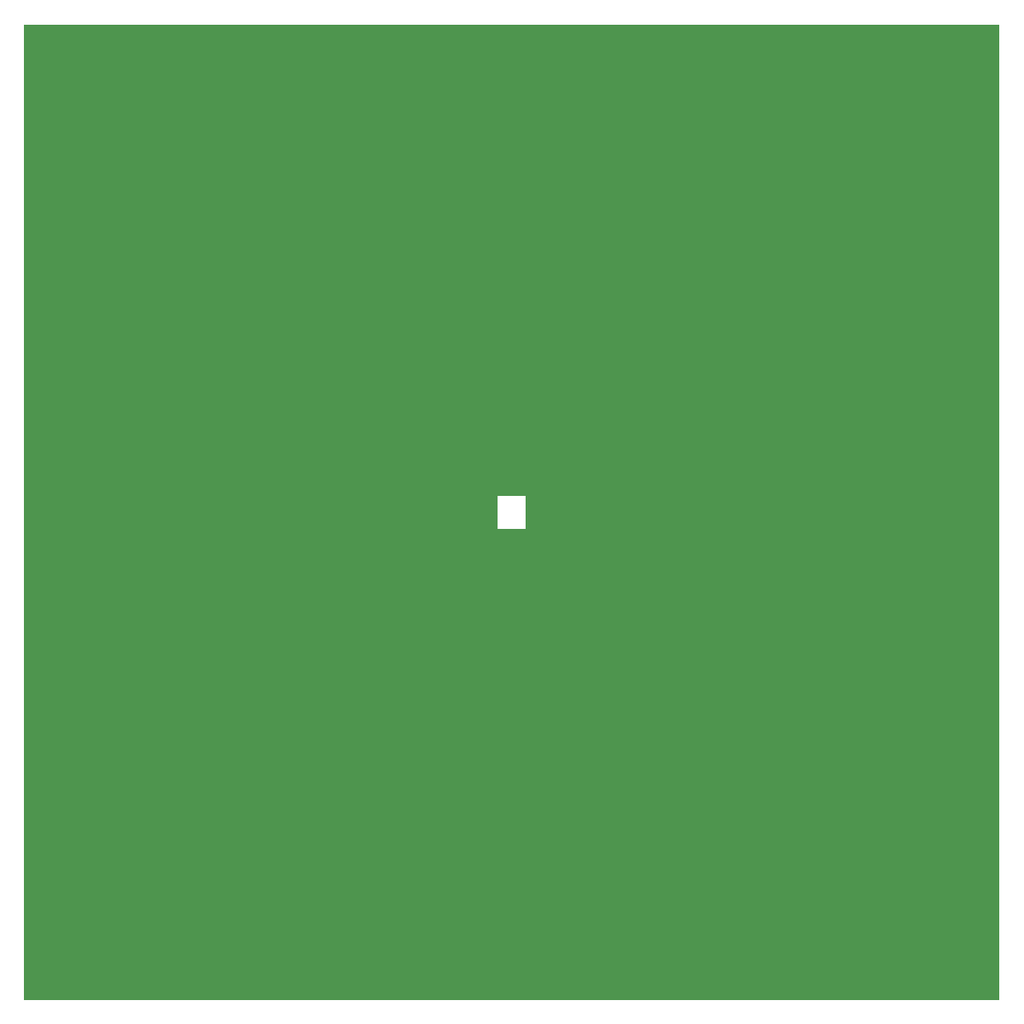
<source format=gbr>
%FSLAX26Y26*%
%MOMM*%

%ADD99R,100.05X100.05*%
%ADD10C,0.400*%
%ADD11R,1.8288X0.6096*%
%ADD12R,2.9972X3.5052*%

D99*
X50.05Y50.05D02*D03*

%LPC*%

D11*
X5.5Y5.5D02*D03*
X5.5Y6.77D02*D03*
X5.5Y8.04D02*D03*
X5.5Y9.31D02*D03*
X10.8848Y5.5D02*D03*
X10.8848Y6.77D02*D03*
X10.8848Y8.04D02*D03*
X10.8848Y9.31D02*D03*

D12*
X8.1924Y7.405D02*D03*

D10*
X87.45146Y63.68595D02*D03*
X86.67041Y63.68595D02*D03*
X85.94651Y63.68595D02*D03*
X85.24801Y63.68595D02*D03*
X84.3359Y63.68595D02*D03*
X83.27443Y63.68595D02*D03*
X82.30263Y63.68595D02*D03*
X81.33082Y63.68595D02*D03*
X80.35902Y63.68595D02*D03*
X79.38722Y63.68595D02*D03*
X78.41541Y63.68595D02*D03*
X77.44361Y63.68595D02*D03*
X76.4718Y63.68595D02*D03*
X75.5Y63.68595D02*D03*
X74.5282Y63.68595D02*D03*
X73.55639Y63.68595D02*D03*
X72.58459Y63.68595D02*D03*
X71.61278Y63.68595D02*D03*
X70.64098Y63.68595D02*D03*
X69.66918Y63.68595D02*D03*
X68.69737Y63.68595D02*D03*
X67.72557Y63.68595D02*D03*
X66.75376Y63.68595D02*D03*
X65.8795Y63.68595D02*D03*
X65.2064Y63.68595D02*D03*
X64.5079Y63.68595D02*D03*
X63.72685Y63.68595D02*D03*
X63.11725Y63.68595D02*D03*
X87.88275Y64.11724D02*D03*
X87.13168Y64.26228D02*D03*
X86.53833Y64.27752D02*D03*
X85.94499Y64.2793D02*D03*
X85.35164Y64.27041D02*D03*
X84.7583Y64.27574D02*D03*
X83.76033Y64.07102D02*D03*
X82.78853Y64.07102D02*D03*
X81.81673Y64.07102D02*D03*
X80.84492Y64.07102D02*D03*
X79.87312Y64.07102D02*D03*
X78.90131Y64.07102D02*D03*
X77.92951Y64.07102D02*D03*
X76.95771Y64.07102D02*D03*
X75.9859Y64.07102D02*D03*
X75.0141Y64.07102D02*D03*
X74.04229Y64.07102D02*D03*
X73.07049Y64.07102D02*D03*
X72.09869Y64.07102D02*D03*
X71.12688Y64.07102D02*D03*
X70.15508Y64.07102D02*D03*
X69.18327Y64.07102D02*D03*
X68.21147Y64.07102D02*D03*
X67.23967Y64.07102D02*D03*
X66.2417Y64.27574D02*D03*
X65.64836Y64.27041D02*D03*
X65.05501Y64.2793D02*D03*
X64.46167Y64.27752D02*D03*
X63.86832Y64.26228D02*D03*
X63.27498Y64.27498D02*D03*
X62.68595Y64.11724D02*D03*
X88.31405Y64.54854D02*D03*
X87.14438Y64.85562D02*D03*
X86.07986Y64.85715D02*D03*
X85.05319Y64.79085D02*D03*
X84.19798Y64.47183D02*D03*
X83.27443Y64.42941D02*D03*
X82.78853Y64.77002D02*D03*
X82.30263Y64.42941D02*D03*
X81.81673Y64.77002D02*D03*
X81.33082Y64.42941D02*D03*
X80.84492Y64.77002D02*D03*
X80.35902Y64.42941D02*D03*
X79.87312Y64.77002D02*D03*
X79.38722Y64.42941D02*D03*
X78.90131Y64.77002D02*D03*
X78.41541Y64.42941D02*D03*
X77.92951Y64.77002D02*D03*
X77.44361Y64.42941D02*D03*
X76.95771Y64.77002D02*D03*
X76.4718Y64.42941D02*D03*
X75.97981Y64.78476D02*D03*
X75.5Y64.42941D02*D03*
X75.02019Y64.78476D02*D03*
X74.5282Y64.42941D02*D03*
X74.04229Y64.77002D02*D03*
X73.55639Y64.42941D02*D03*
X73.07049Y64.77002D02*D03*
X72.58459Y64.42941D02*D03*
X72.09869Y64.77002D02*D03*
X71.61278Y64.42941D02*D03*
X71.12688Y64.77002D02*D03*
X70.64098Y64.42941D02*D03*
X70.15508Y64.77002D02*D03*
X69.66918Y64.42941D02*D03*
X69.18327Y64.77002D02*D03*
X68.69737Y64.42941D02*D03*
X68.21147Y64.77002D02*D03*
X67.72557Y64.42941D02*D03*
X66.80202Y64.47183D02*D03*
X65.94681Y64.79085D02*D03*
X64.92014Y64.85715D02*D03*
X63.85562Y64.85562D02*D03*
X62.68595Y64.72684D02*D03*
X87.73772Y64.86832D02*D03*
X86.66279Y65.33721D02*D03*
X85.61276Y65.26151D02*D03*
X83.80732Y65.33162D02*D03*
X82.81672Y65.36286D02*D03*
X81.82612Y65.36337D02*D03*
X80.83552Y65.36337D02*D03*
X79.88836Y65.36337D02*D03*
X78.88607Y65.36337D02*D03*
X77.93891Y65.36337D02*D03*
X76.94831Y65.36337D02*D03*
X75.96279Y65.50535D02*D03*
X75.5Y65.13401D02*D03*
X75.03721Y65.50535D02*D03*
X74.05169Y65.36337D02*D03*
X73.06109Y65.36337D02*D03*
X72.11393Y65.36337D02*D03*
X71.11164Y65.36337D02*D03*
X70.16448Y65.36337D02*D03*
X69.17388Y65.36337D02*D03*
X68.18328Y65.36286D02*D03*
X67.19268Y65.33162D02*D03*
X65.38724Y65.26151D02*D03*
X64.33721Y65.33721D02*D03*
X63.26228Y64.86832D02*D03*
X88.31405Y65.32959D02*D03*
X87.72248Y65.46167D02*D03*
X87.14285Y65.92014D02*D03*
X84.82002Y65.753D02*D03*
X79.38722Y65.68112D02*D03*
X71.61278Y65.68112D02*D03*
X66.17998Y65.753D02*D03*
X63.85715Y65.92014D02*D03*
X63.27752Y65.46167D02*D03*
X62.68595Y65.50789D02*D03*
X88.31405Y66.05349D02*D03*
X87.7207Y66.05501D02*D03*
X86.06513Y66.19827D02*D03*
X85.2122Y66.19827D02*D03*
X83.80732Y66.04282D02*D03*
X82.81672Y66.03672D02*D03*
X81.82612Y66.03672D02*D03*
X80.83552Y66.03672D02*D03*
X79.8622Y66.03672D02*D03*
X79.38722Y66.39232D02*D03*
X78.91224Y66.03672D02*D03*
X77.93891Y66.03672D02*D03*
X76.94831Y66.03672D02*D03*
X76.02502Y66.09565D02*D03*
X75.5Y66.39232D02*D03*
X74.97498Y66.09565D02*D03*
X74.05169Y66.03672D02*D03*
X73.06109Y66.03672D02*D03*
X72.08776Y66.03672D02*D03*
X71.61278Y66.39232D02*D03*
X71.1378Y66.03672D02*D03*
X70.16448Y66.03672D02*D03*
X69.17388Y66.03672D02*D03*
X68.18328Y66.03672D02*D03*
X67.19268Y66.04282D02*D03*
X65.7878Y66.19827D02*D03*
X64.93487Y66.19827D02*D03*
X63.2793Y66.05501D02*D03*
X62.68595Y66.20639D02*D03*
X88.31405Y66.82082D02*D03*
X87.74636Y66.64785D02*D03*
X83.80732Y66.73624D02*D03*
X82.81672Y66.74792D02*D03*
X81.82612Y66.74792D02*D03*
X80.83552Y66.74792D02*D03*
X79.8622Y66.74792D02*D03*
X78.91224Y66.74792D02*D03*
X77.93891Y66.74792D02*D03*
X76.94831Y66.74792D02*D03*
X75.97498Y66.74792D02*D03*
X75.02502Y66.74792D02*D03*
X74.05169Y66.74792D02*D03*
X73.06109Y66.74792D02*D03*
X72.08776Y66.74792D02*D03*
X71.1378Y66.74792D02*D03*
X70.16448Y66.74792D02*D03*
X69.17388Y66.74792D02*D03*
X68.18328Y66.74792D02*D03*
X67.19268Y66.73624D02*D03*
X63.25364Y66.64785D02*D03*
X62.68595Y66.87949D02*D03*
X87.42886Y67.14924D02*D03*
X86.75779Y67.19268D02*D03*
X86.04659Y67.19268D02*D03*
X85.33539Y67.19268D02*D03*
X84.62419Y67.19268D02*D03*
X83.80732Y67.32958D02*D03*
X79.38722Y67.10352D02*D03*
X75.5Y67.10352D02*D03*
X71.61278Y67.10352D02*D03*
X67.19268Y67.32958D02*D03*
X66.37581Y67.19268D02*D03*
X65.66461Y67.19268D02*D03*
X64.95341Y67.19268D02*D03*
X64.24221Y67.19268D02*D03*
X63.57114Y67.14924D02*D03*
X88.31405Y67.68442D02*D03*
X87.57059Y67.72557D02*D03*
X82.81672Y67.45912D02*D03*
X81.82612Y67.45912D02*D03*
X80.83552Y67.45912D02*D03*
X79.8622Y67.45912D02*D03*
X79.38722Y67.81472D02*D03*
X78.91224Y67.45912D02*D03*
X77.93891Y67.45912D02*D03*
X76.94831Y67.45912D02*D03*
X75.97498Y67.45912D02*D03*
X75.5Y67.81472D02*D03*
X75.02502Y67.45912D02*D03*
X74.05169Y67.45912D02*D03*
X73.06109Y67.45912D02*D03*
X72.08776Y67.45912D02*D03*
X71.61278Y67.81472D02*D03*
X71.1378Y67.45912D02*D03*
X70.16448Y67.45912D02*D03*
X69.17388Y67.45912D02*D03*
X68.18328Y67.45912D02*D03*
X63.42941Y67.72557D02*D03*
X62.68595Y67.72557D02*D03*
X87.92898Y68.21147D02*D03*
X87.22997Y68.21147D02*D03*
X86.63714Y68.18328D02*D03*
X85.96328Y68.18328D02*D03*
X85.25208Y68.18328D02*D03*
X84.54088Y68.18328D02*D03*
X83.82968Y68.18328D02*D03*
X82.81672Y68.16042D02*D03*
X81.82612Y68.17032D02*D03*
X80.83552Y68.17032D02*D03*
X79.8622Y68.17032D02*D03*
X78.91224Y68.17032D02*D03*
X77.93891Y68.17032D02*D03*
X76.94831Y68.17032D02*D03*
X75.97498Y68.17032D02*D03*
X75.02502Y68.17032D02*D03*
X74.05169Y68.17032D02*D03*
X73.06109Y68.17032D02*D03*
X72.08776Y68.17032D02*D03*
X71.1378Y68.17032D02*D03*
X70.16448Y68.17032D02*D03*
X69.17388Y68.17032D02*D03*
X68.18328Y68.16042D02*D03*
X67.17032Y68.18328D02*D03*
X66.45912Y68.18328D02*D03*
X65.74792Y68.18328D02*D03*
X65.03672Y68.18328D02*D03*
X64.36286Y68.18328D02*D03*
X63.77003Y68.21147D02*D03*
X63.07102Y68.21147D02*D03*
X88.31405Y68.69737D02*D03*
X87.57059Y68.69737D02*D03*
X82.25056Y68.5851D02*D03*
X79.38722Y68.52592D02*D03*
X75.5Y68.52592D02*D03*
X71.61278Y68.52592D02*D03*
X68.74944Y68.5851D02*D03*
X63.42941Y68.69737D02*D03*
X62.68595Y68.69737D02*D03*
X87.92898Y69.18327D02*D03*
X87.22997Y69.18327D02*D03*
X86.63663Y69.17388D02*D03*
X85.96328Y69.17388D02*D03*
X85.25208Y69.17388D02*D03*
X84.54088Y69.17388D02*D03*
X83.82968Y69.17388D02*D03*
X83.11848Y69.17388D02*D03*
X82.40728Y69.17388D02*D03*
X81.82612Y69.05399D02*D03*
X80.83552Y68.88152D02*D03*
X79.8622Y68.88152D02*D03*
X79.38722Y69.23712D02*D03*
X78.91224Y68.88152D02*D03*
X77.93891Y68.88152D02*D03*
X76.94831Y68.88152D02*D03*
X75.97498Y68.88152D02*D03*
X75.5Y69.23712D02*D03*
X75.02502Y68.88152D02*D03*
X74.05169Y68.88152D02*D03*
X73.06109Y68.88152D02*D03*
X72.08776Y68.88152D02*D03*
X71.61278Y69.23712D02*D03*
X71.1378Y68.88152D02*D03*
X70.16448Y68.88152D02*D03*
X69.17388Y69.05399D02*D03*
X68.59272Y69.17388D02*D03*
X67.88152Y69.17388D02*D03*
X67.17032Y69.17388D02*D03*
X66.45912Y69.17388D02*D03*
X65.74792Y69.17388D02*D03*
X65.03672Y69.17388D02*D03*
X64.36337Y69.17388D02*D03*
X63.77003Y69.18327D02*D03*
X63.07102Y69.18327D02*D03*
X88.31405Y69.66918D02*D03*
X87.57059Y69.66918D02*D03*
X80.83552Y69.59272D02*D03*
X79.8622Y69.59272D02*D03*
X78.91224Y69.59272D02*D03*
X77.93891Y69.59272D02*D03*
X76.94831Y69.59272D02*D03*
X75.97498Y69.59272D02*D03*
X75.02502Y69.59272D02*D03*
X74.05169Y69.59272D02*D03*
X73.06109Y69.59272D02*D03*
X72.08776Y69.59272D02*D03*
X71.1378Y69.59272D02*D03*
X70.16448Y69.59272D02*D03*
X63.42941Y69.66918D02*D03*
X62.68595Y69.66918D02*D03*
X87.92898Y70.15508D02*D03*
X87.22997Y70.15508D02*D03*
X86.63663Y70.16448D02*D03*
X85.96328Y70.16448D02*D03*
X85.25208Y70.16448D02*D03*
X84.54088Y70.16448D02*D03*
X83.82968Y70.16448D02*D03*
X83.11848Y70.16448D02*D03*
X82.40728Y70.16448D02*D03*
X81.80479Y70.16448D02*D03*
X80.83552Y70.30392D02*D03*
X79.8622Y70.30392D02*D03*
X79.38722Y69.94832D02*D03*
X78.91224Y70.30392D02*D03*
X77.93891Y70.30392D02*D03*
X76.94831Y70.30392D02*D03*
X75.97498Y70.30392D02*D03*
X75.5Y69.94832D02*D03*
X75.02502Y70.30392D02*D03*
X74.05169Y70.30392D02*D03*
X73.06109Y70.30392D02*D03*
X72.08776Y70.30392D02*D03*
X71.61278Y69.94832D02*D03*
X71.1378Y70.30392D02*D03*
X70.16448Y70.30392D02*D03*
X69.19521Y70.16448D02*D03*
X68.59272Y70.16448D02*D03*
X67.88152Y70.16448D02*D03*
X67.17032Y70.16448D02*D03*
X66.45912Y70.16448D02*D03*
X65.74792Y70.16448D02*D03*
X65.03672Y70.16448D02*D03*
X64.36337Y70.16448D02*D03*
X63.77003Y70.15508D02*D03*
X63.07102Y70.15508D02*D03*
X88.31405Y70.64098D02*D03*
X87.57059Y70.64098D02*D03*
X63.42941Y70.64098D02*D03*
X62.68595Y70.64098D02*D03*
X87.92898Y71.12688D02*D03*
X87.22997Y71.12688D02*D03*
X86.63663Y71.11164D02*D03*
X85.96328Y71.1378D02*D03*
X85.25208Y71.1378D02*D03*
X84.54088Y71.1378D02*D03*
X83.82968Y71.1378D02*D03*
X83.11848Y71.1378D02*D03*
X82.40728Y71.1378D02*D03*
X81.69608Y71.1378D02*D03*
X69.30392Y71.1378D02*D03*
X68.59272Y71.1378D02*D03*
X67.88152Y71.1378D02*D03*
X67.17032Y71.1378D02*D03*
X66.45912Y71.1378D02*D03*
X65.74792Y71.1378D02*D03*
X65.03672Y71.1378D02*D03*
X64.36337Y71.11164D02*D03*
X63.77003Y71.12688D02*D03*
X63.07102Y71.12688D02*D03*
X88.31405Y71.61278D02*D03*
X87.57059Y71.61278D02*D03*
X86.31888Y71.61278D02*D03*
X85.60768Y71.61278D02*D03*
X84.89648Y71.61278D02*D03*
X84.18528Y71.61278D02*D03*
X83.47408Y71.61278D02*D03*
X82.76288Y71.61278D02*D03*
X82.05168Y71.61278D02*D03*
X80.80733Y71.18606D02*D03*
X80.04914Y71.18606D02*D03*
X79.29095Y71.18606D02*D03*
X78.53276Y71.18606D02*D03*
X77.77457Y71.18606D02*D03*
X77.01638Y71.18606D02*D03*
X76.25819Y71.18606D02*D03*
X75.5Y71.18606D02*D03*
X74.74181Y71.18606D02*D03*
X73.98362Y71.18606D02*D03*
X73.22543Y71.18606D02*D03*
X72.46724Y71.18606D02*D03*
X71.70905Y71.18606D02*D03*
X70.95086Y71.18606D02*D03*
X70.19267Y71.18606D02*D03*
X68.94832Y71.61278D02*D03*
X68.23712Y71.61278D02*D03*
X67.52592Y71.61278D02*D03*
X66.81472Y71.61278D02*D03*
X66.10352Y71.61278D02*D03*
X65.39232Y71.61278D02*D03*
X64.68112Y71.61278D02*D03*
X63.42941Y71.61278D02*D03*
X62.68595Y71.61278D02*D03*
X87.92898Y72.09869D02*D03*
X87.22997Y72.09869D02*D03*
X86.63663Y72.11393D02*D03*
X85.96328Y72.08776D02*D03*
X85.25208Y72.08776D02*D03*
X84.54088Y72.08776D02*D03*
X83.82968Y72.08776D02*D03*
X83.11848Y72.08776D02*D03*
X82.40728Y72.08776D02*D03*
X81.69608Y72.08776D02*D03*
X80.80733Y71.97042D02*D03*
X80.04914Y71.97042D02*D03*
X79.29095Y71.97042D02*D03*
X78.53276Y71.97042D02*D03*
X77.77457Y71.97042D02*D03*
X77.01638Y71.97042D02*D03*
X76.25819Y71.97042D02*D03*
X75.5Y71.97042D02*D03*
X74.74181Y71.97042D02*D03*
X73.98362Y71.97042D02*D03*
X73.22543Y71.97042D02*D03*
X72.46724Y71.97042D02*D03*
X71.70905Y71.97042D02*D03*
X70.95086Y71.97042D02*D03*
X70.19267Y71.97042D02*D03*
X69.30392Y72.08776D02*D03*
X68.59272Y72.08776D02*D03*
X67.88152Y72.08776D02*D03*
X67.17032Y72.08776D02*D03*
X66.45912Y72.08776D02*D03*
X65.74792Y72.08776D02*D03*
X65.03672Y72.08776D02*D03*
X64.36337Y72.11393D02*D03*
X63.77003Y72.09869D02*D03*
X63.07102Y72.09869D02*D03*
X88.31405Y72.58459D02*D03*
X87.57059Y72.58459D02*D03*
X63.42941Y72.58459D02*D03*
X62.68595Y72.58459D02*D03*
X87.92898Y73.07049D02*D03*
X87.22997Y73.07049D02*D03*
X86.63663Y73.06109D02*D03*
X85.96328Y73.06109D02*D03*
X85.25208Y73.06109D02*D03*
X84.54088Y73.06109D02*D03*
X83.82968Y73.06109D02*D03*
X83.11848Y73.06109D02*D03*
X82.40728Y73.06109D02*D03*
X81.69608Y73.06109D02*D03*
X80.80733Y72.75477D02*D03*
X80.04914Y72.75477D02*D03*
X79.29095Y72.75477D02*D03*
X78.53276Y72.75477D02*D03*
X77.77457Y72.75477D02*D03*
X77.01638Y72.75477D02*D03*
X76.25819Y72.75477D02*D03*
X75.5Y72.75477D02*D03*
X74.74181Y72.75477D02*D03*
X73.98362Y72.75477D02*D03*
X73.22543Y72.75477D02*D03*
X72.46724Y72.75477D02*D03*
X71.70905Y72.75477D02*D03*
X70.95086Y72.75477D02*D03*
X70.19267Y72.75477D02*D03*
X69.30392Y73.06109D02*D03*
X68.59272Y73.06109D02*D03*
X67.88152Y73.06109D02*D03*
X67.17032Y73.06109D02*D03*
X66.45912Y73.06109D02*D03*
X65.74792Y73.06109D02*D03*
X65.03672Y73.06109D02*D03*
X64.36337Y73.06109D02*D03*
X63.77003Y73.07049D02*D03*
X63.07102Y73.07049D02*D03*
X88.31405Y73.55639D02*D03*
X87.57059Y73.55639D02*D03*
X80.80733Y73.53912D02*D03*
X80.04914Y73.53912D02*D03*
X79.29095Y73.53912D02*D03*
X78.53276Y73.53912D02*D03*
X77.77457Y73.53912D02*D03*
X77.01638Y73.53912D02*D03*
X76.25819Y73.53912D02*D03*
X75.5Y73.53912D02*D03*
X74.74181Y73.53912D02*D03*
X73.98362Y73.53912D02*D03*
X73.22543Y73.53912D02*D03*
X72.46724Y73.53912D02*D03*
X71.70905Y73.53912D02*D03*
X70.95086Y73.53912D02*D03*
X70.19267Y73.53912D02*D03*
X63.42941Y73.55639D02*D03*
X62.68595Y73.55639D02*D03*
X87.92898Y74.04229D02*D03*
X87.22997Y74.04229D02*D03*
X86.63663Y74.05169D02*D03*
X85.96328Y74.05169D02*D03*
X85.25208Y74.05169D02*D03*
X84.54088Y74.05169D02*D03*
X83.82968Y74.05169D02*D03*
X83.11848Y74.05169D02*D03*
X82.40728Y74.05169D02*D03*
X81.69608Y74.05169D02*D03*
X69.30392Y74.05169D02*D03*
X68.59272Y74.05169D02*D03*
X67.88152Y74.05169D02*D03*
X67.17032Y74.05169D02*D03*
X66.45912Y74.05169D02*D03*
X65.74792Y74.05169D02*D03*
X65.03672Y74.05169D02*D03*
X64.36337Y74.05169D02*D03*
X63.77003Y74.04229D02*D03*
X63.07102Y74.04229D02*D03*
X88.31405Y74.5282D02*D03*
X87.57059Y74.5282D02*D03*
X80.80733Y74.32347D02*D03*
X80.04914Y74.32347D02*D03*
X79.29095Y74.32347D02*D03*
X78.53276Y74.32347D02*D03*
X77.77457Y74.32347D02*D03*
X77.01638Y74.32347D02*D03*
X76.25819Y74.32347D02*D03*
X75.5Y74.32347D02*D03*
X74.74181Y74.32347D02*D03*
X73.98362Y74.32347D02*D03*
X73.22543Y74.32347D02*D03*
X72.46724Y74.32347D02*D03*
X71.70905Y74.32347D02*D03*
X70.95086Y74.32347D02*D03*
X70.19267Y74.32347D02*D03*
X63.42941Y74.5282D02*D03*
X62.68595Y74.5282D02*D03*
X87.92898Y75.0141D02*D03*
X87.21524Y75.02019D02*D03*
X86.49464Y75.03721D02*D03*
X85.90435Y74.97498D02*D03*
X85.25208Y75.02502D02*D03*
X84.54088Y75.02502D02*D03*
X83.82968Y75.02502D02*D03*
X83.11848Y75.02502D02*D03*
X82.40728Y75.02502D02*D03*
X81.69608Y75.02502D02*D03*
X80.80733Y75.10782D02*D03*
X80.04914Y75.10782D02*D03*
X79.29095Y75.10782D02*D03*
X78.53276Y75.10782D02*D03*
X77.77457Y75.10782D02*D03*
X77.01638Y75.10782D02*D03*
X76.25819Y75.10782D02*D03*
X75.5Y75.10782D02*D03*
X74.74181Y75.10782D02*D03*
X73.98362Y75.10782D02*D03*
X73.22543Y75.10782D02*D03*
X72.46724Y75.10782D02*D03*
X71.70905Y75.10782D02*D03*
X70.95086Y75.10782D02*D03*
X70.19267Y75.10782D02*D03*
X69.30392Y75.02502D02*D03*
X68.59272Y75.02502D02*D03*
X67.88152Y75.02502D02*D03*
X67.17032Y75.02502D02*D03*
X66.45912Y75.02502D02*D03*
X65.74792Y75.02502D02*D03*
X65.09565Y74.97498D02*D03*
X64.50536Y75.03721D02*D03*
X63.78476Y75.02019D02*D03*
X63.07102Y75.0141D02*D03*
X88.31405Y75.5D02*D03*
X87.57059Y75.5D02*D03*
X86.86599Y75.5D02*D03*
X85.60768Y75.5D02*D03*
X84.89648Y75.5D02*D03*
X84.18528Y75.5D02*D03*
X83.47408Y75.5D02*D03*
X82.76288Y75.5D02*D03*
X82.05168Y75.5D02*D03*
X68.94832Y75.5D02*D03*
X68.23712Y75.5D02*D03*
X67.52592Y75.5D02*D03*
X66.81472Y75.5D02*D03*
X66.10352Y75.5D02*D03*
X65.39232Y75.5D02*D03*
X64.13401Y75.5D02*D03*
X63.42941Y75.5D02*D03*
X62.68595Y75.5D02*D03*
X87.92898Y75.9859D02*D03*
X87.21524Y75.97981D02*D03*
X86.49464Y75.96279D02*D03*
X85.90435Y76.02502D02*D03*
X85.25208Y75.97498D02*D03*
X84.54088Y75.97498D02*D03*
X83.82968Y75.97498D02*D03*
X83.11848Y75.97498D02*D03*
X82.40728Y75.97498D02*D03*
X81.69608Y75.97498D02*D03*
X80.80733Y75.89218D02*D03*
X80.04914Y75.89218D02*D03*
X79.29095Y75.89218D02*D03*
X78.53276Y75.89218D02*D03*
X77.77457Y75.89218D02*D03*
X77.01638Y75.89218D02*D03*
X76.25819Y75.89218D02*D03*
X75.5Y75.89218D02*D03*
X74.74181Y75.89218D02*D03*
X73.98362Y75.89218D02*D03*
X73.22543Y75.89218D02*D03*
X72.46724Y75.89218D02*D03*
X71.70905Y75.89218D02*D03*
X70.95086Y75.89218D02*D03*
X70.19267Y75.89218D02*D03*
X69.30392Y75.97498D02*D03*
X68.59272Y75.97498D02*D03*
X67.88152Y75.97498D02*D03*
X67.17032Y75.97498D02*D03*
X66.45912Y75.97498D02*D03*
X65.74792Y75.97498D02*D03*
X65.09565Y76.02502D02*D03*
X64.50536Y75.96279D02*D03*
X63.78476Y75.97981D02*D03*
X63.07102Y75.9859D02*D03*
X88.31405Y76.4718D02*D03*
X87.57059Y76.4718D02*D03*
X80.80733Y76.67653D02*D03*
X80.04914Y76.67653D02*D03*
X79.29095Y76.67653D02*D03*
X78.53276Y76.67653D02*D03*
X77.77457Y76.67653D02*D03*
X77.01638Y76.67653D02*D03*
X76.25819Y76.67653D02*D03*
X75.5Y76.67653D02*D03*
X74.74181Y76.67653D02*D03*
X73.98362Y76.67653D02*D03*
X73.22543Y76.67653D02*D03*
X72.46724Y76.67653D02*D03*
X71.70905Y76.67653D02*D03*
X70.95086Y76.67653D02*D03*
X70.19267Y76.67653D02*D03*
X63.42941Y76.4718D02*D03*
X62.68595Y76.4718D02*D03*
X87.92898Y76.95771D02*D03*
X87.22997Y76.95771D02*D03*
X86.63663Y76.94831D02*D03*
X85.96328Y76.94831D02*D03*
X85.25208Y76.94831D02*D03*
X84.54088Y76.94831D02*D03*
X83.82968Y76.94831D02*D03*
X83.11848Y76.94831D02*D03*
X82.40728Y76.94831D02*D03*
X81.69608Y76.94831D02*D03*
X69.30392Y76.94831D02*D03*
X68.59272Y76.94831D02*D03*
X67.88152Y76.94831D02*D03*
X67.17032Y76.94831D02*D03*
X66.45912Y76.94831D02*D03*
X65.74792Y76.94831D02*D03*
X65.03672Y76.94831D02*D03*
X64.36337Y76.94831D02*D03*
X63.77003Y76.95771D02*D03*
X63.07102Y76.95771D02*D03*
X88.31405Y77.44361D02*D03*
X87.57059Y77.44361D02*D03*
X80.80733Y77.46088D02*D03*
X80.04914Y77.46088D02*D03*
X79.29095Y77.46088D02*D03*
X78.53276Y77.46088D02*D03*
X77.77457Y77.46088D02*D03*
X77.01638Y77.46088D02*D03*
X76.25819Y77.46088D02*D03*
X75.5Y77.46088D02*D03*
X74.74181Y77.46088D02*D03*
X73.98362Y77.46088D02*D03*
X73.22543Y77.46088D02*D03*
X72.46724Y77.46088D02*D03*
X71.70905Y77.46088D02*D03*
X70.95086Y77.46088D02*D03*
X70.19267Y77.46088D02*D03*
X63.42941Y77.44361D02*D03*
X62.68595Y77.44361D02*D03*
X87.92898Y77.92951D02*D03*
X87.22997Y77.92951D02*D03*
X86.63663Y77.93891D02*D03*
X85.96328Y77.93891D02*D03*
X85.25208Y77.93891D02*D03*
X84.54088Y77.93891D02*D03*
X83.82968Y77.93891D02*D03*
X83.11848Y77.93891D02*D03*
X82.40728Y77.93891D02*D03*
X81.69608Y77.93891D02*D03*
X80.80733Y78.24523D02*D03*
X80.04914Y78.24523D02*D03*
X79.29095Y78.24523D02*D03*
X78.53276Y78.24523D02*D03*
X77.77457Y78.24523D02*D03*
X77.01638Y78.24523D02*D03*
X76.25819Y78.24523D02*D03*
X75.5Y78.24523D02*D03*
X74.74181Y78.24523D02*D03*
X73.98362Y78.24523D02*D03*
X73.22543Y78.24523D02*D03*
X72.46724Y78.24523D02*D03*
X71.70905Y78.24523D02*D03*
X70.95086Y78.24523D02*D03*
X70.19267Y78.24523D02*D03*
X69.30392Y77.93891D02*D03*
X68.59272Y77.93891D02*D03*
X67.88152Y77.93891D02*D03*
X67.17032Y77.93891D02*D03*
X66.45912Y77.93891D02*D03*
X65.74792Y77.93891D02*D03*
X65.03672Y77.93891D02*D03*
X64.36337Y77.93891D02*D03*
X63.77003Y77.92951D02*D03*
X63.07102Y77.92951D02*D03*
X88.31405Y78.41541D02*D03*
X87.57059Y78.41541D02*D03*
X63.42941Y78.41541D02*D03*
X62.68595Y78.41541D02*D03*
X87.92898Y78.90131D02*D03*
X87.22997Y78.90131D02*D03*
X86.63663Y78.88607D02*D03*
X85.96328Y78.91224D02*D03*
X85.25208Y78.91224D02*D03*
X84.54088Y78.91224D02*D03*
X83.82968Y78.91224D02*D03*
X83.11848Y78.91224D02*D03*
X82.40728Y78.91224D02*D03*
X81.69608Y78.91224D02*D03*
X80.80733Y79.02958D02*D03*
X80.04914Y79.02958D02*D03*
X79.29095Y79.02958D02*D03*
X78.53276Y79.02958D02*D03*
X77.77457Y79.02958D02*D03*
X77.01638Y79.02958D02*D03*
X76.25819Y79.02958D02*D03*
X75.5Y79.02958D02*D03*
X74.74181Y79.02958D02*D03*
X73.98362Y79.02958D02*D03*
X73.22543Y79.02958D02*D03*
X72.46724Y79.02958D02*D03*
X71.70905Y79.02958D02*D03*
X70.95086Y79.02958D02*D03*
X70.19267Y79.02958D02*D03*
X69.30392Y78.91224D02*D03*
X68.59272Y78.91224D02*D03*
X67.88152Y78.91224D02*D03*
X67.17032Y78.91224D02*D03*
X66.45912Y78.91224D02*D03*
X65.74792Y78.91224D02*D03*
X65.03672Y78.91224D02*D03*
X64.36337Y78.88607D02*D03*
X63.77003Y78.90131D02*D03*
X63.07102Y78.90131D02*D03*
X88.31405Y79.38722D02*D03*
X87.57059Y79.38722D02*D03*
X86.31888Y79.38722D02*D03*
X85.60768Y79.38722D02*D03*
X84.89648Y79.38722D02*D03*
X84.18528Y79.38722D02*D03*
X83.47408Y79.38722D02*D03*
X82.76288Y79.38722D02*D03*
X82.05168Y79.38722D02*D03*
X80.80733Y79.81394D02*D03*
X80.04914Y79.81394D02*D03*
X79.29095Y79.81394D02*D03*
X78.53276Y79.81394D02*D03*
X77.77457Y79.81394D02*D03*
X77.01638Y79.81394D02*D03*
X76.25819Y79.81394D02*D03*
X75.5Y79.81394D02*D03*
X74.74181Y79.81394D02*D03*
X73.98362Y79.81394D02*D03*
X73.22543Y79.81394D02*D03*
X72.46724Y79.81394D02*D03*
X71.70905Y79.81394D02*D03*
X70.95086Y79.81394D02*D03*
X70.19267Y79.81394D02*D03*
X68.94832Y79.38722D02*D03*
X68.23712Y79.38722D02*D03*
X67.52592Y79.38722D02*D03*
X66.81472Y79.38722D02*D03*
X66.10352Y79.38722D02*D03*
X65.39232Y79.38722D02*D03*
X64.68112Y79.38722D02*D03*
X63.42941Y79.38722D02*D03*
X62.68595Y79.38722D02*D03*
X87.92898Y79.87312D02*D03*
X87.22997Y79.87312D02*D03*
X86.63663Y79.88836D02*D03*
X85.96328Y79.8622D02*D03*
X85.25208Y79.8622D02*D03*
X84.54088Y79.8622D02*D03*
X83.82968Y79.8622D02*D03*
X83.11848Y79.8622D02*D03*
X82.40728Y79.8622D02*D03*
X81.69608Y79.8622D02*D03*
X69.30392Y79.8622D02*D03*
X68.59272Y79.8622D02*D03*
X67.88152Y79.8622D02*D03*
X67.17032Y79.8622D02*D03*
X66.45912Y79.8622D02*D03*
X65.74792Y79.8622D02*D03*
X65.03672Y79.8622D02*D03*
X64.36337Y79.88836D02*D03*
X63.77003Y79.87312D02*D03*
X63.07102Y79.87312D02*D03*
X88.31405Y80.35902D02*D03*
X87.57059Y80.35902D02*D03*
X63.42941Y80.35902D02*D03*
X62.68595Y80.35902D02*D03*
X87.92898Y80.84492D02*D03*
X87.22997Y80.84492D02*D03*
X86.63663Y80.83552D02*D03*
X85.96328Y80.83552D02*D03*
X85.25208Y80.83552D02*D03*
X84.54088Y80.83552D02*D03*
X83.82968Y80.83552D02*D03*
X83.11848Y80.83552D02*D03*
X82.40728Y80.83552D02*D03*
X81.80479Y80.83552D02*D03*
X80.83552Y80.69608D02*D03*
X79.8622Y80.69608D02*D03*
X79.38722Y81.05168D02*D03*
X78.91224Y80.69608D02*D03*
X77.93891Y80.69608D02*D03*
X76.94831Y80.69608D02*D03*
X75.97498Y80.69608D02*D03*
X75.5Y81.05168D02*D03*
X75.02502Y80.69608D02*D03*
X74.05169Y80.69608D02*D03*
X73.06109Y80.69608D02*D03*
X72.08776Y80.69608D02*D03*
X71.61278Y81.05168D02*D03*
X71.1378Y80.69608D02*D03*
X70.16448Y80.69608D02*D03*
X69.19521Y80.83552D02*D03*
X68.59272Y80.83552D02*D03*
X67.88152Y80.83552D02*D03*
X67.17032Y80.83552D02*D03*
X66.45912Y80.83552D02*D03*
X65.74792Y80.83552D02*D03*
X65.03672Y80.83552D02*D03*
X64.36337Y80.83552D02*D03*
X63.77003Y80.84492D02*D03*
X63.07102Y80.84492D02*D03*
X88.31405Y81.33082D02*D03*
X87.57059Y81.33082D02*D03*
X80.83552Y81.40728D02*D03*
X79.8622Y81.40728D02*D03*
X78.91224Y81.40728D02*D03*
X77.93891Y81.40728D02*D03*
X76.94831Y81.40728D02*D03*
X75.97498Y81.40728D02*D03*
X75.02502Y81.40728D02*D03*
X74.05169Y81.40728D02*D03*
X73.06109Y81.40728D02*D03*
X72.08776Y81.40728D02*D03*
X71.1378Y81.40728D02*D03*
X70.16448Y81.40728D02*D03*
X63.42941Y81.33082D02*D03*
X62.68595Y81.33082D02*D03*
X87.92898Y81.81673D02*D03*
X87.22997Y81.81673D02*D03*
X86.63663Y81.82612D02*D03*
X85.96328Y81.82612D02*D03*
X85.25208Y81.82612D02*D03*
X84.54088Y81.82612D02*D03*
X83.82968Y81.82612D02*D03*
X83.11848Y81.82612D02*D03*
X82.40728Y81.82612D02*D03*
X81.82612Y81.94601D02*D03*
X80.83552Y82.11848D02*D03*
X79.8622Y82.11848D02*D03*
X79.38722Y81.76288D02*D03*
X78.91224Y82.11848D02*D03*
X77.93891Y82.11848D02*D03*
X76.94831Y82.11848D02*D03*
X75.97498Y82.11848D02*D03*
X75.5Y81.76288D02*D03*
X75.02502Y82.11848D02*D03*
X74.05169Y82.11848D02*D03*
X73.06109Y82.11848D02*D03*
X72.08776Y82.11848D02*D03*
X71.61278Y81.76288D02*D03*
X71.1378Y82.11848D02*D03*
X70.16448Y82.11848D02*D03*
X69.17388Y81.94601D02*D03*
X68.59272Y81.82612D02*D03*
X67.88152Y81.82612D02*D03*
X67.17032Y81.82612D02*D03*
X66.45912Y81.82612D02*D03*
X65.74792Y81.82612D02*D03*
X65.03672Y81.82612D02*D03*
X64.36337Y81.82612D02*D03*
X63.77003Y81.81673D02*D03*
X63.07102Y81.81673D02*D03*
X88.31405Y82.30263D02*D03*
X87.57059Y82.30263D02*D03*
X82.25056Y82.4149D02*D03*
X79.38722Y82.47408D02*D03*
X75.5Y82.47408D02*D03*
X71.61278Y82.47408D02*D03*
X68.74944Y82.4149D02*D03*
X63.42941Y82.30263D02*D03*
X62.68595Y82.30263D02*D03*
X87.92898Y82.78853D02*D03*
X87.22997Y82.78853D02*D03*
X86.63714Y82.81672D02*D03*
X85.96328Y82.81672D02*D03*
X85.25208Y82.81672D02*D03*
X84.54088Y82.81672D02*D03*
X83.82968Y82.81672D02*D03*
X82.81672Y82.83958D02*D03*
X81.82612Y82.82968D02*D03*
X80.83552Y82.82968D02*D03*
X79.8622Y82.82968D02*D03*
X78.91224Y82.82968D02*D03*
X77.93891Y82.82968D02*D03*
X76.94831Y82.82968D02*D03*
X75.97498Y82.82968D02*D03*
X75.02502Y82.82968D02*D03*
X74.05169Y82.82968D02*D03*
X73.06109Y82.82968D02*D03*
X72.08776Y82.82968D02*D03*
X71.1378Y82.82968D02*D03*
X70.16448Y82.82968D02*D03*
X69.17388Y82.82968D02*D03*
X68.18328Y82.83958D02*D03*
X67.17032Y82.81672D02*D03*
X66.45912Y82.81672D02*D03*
X65.74792Y82.81672D02*D03*
X65.03672Y82.81672D02*D03*
X64.36286Y82.81672D02*D03*
X63.77003Y82.78853D02*D03*
X63.07102Y82.78853D02*D03*
X88.31405Y83.27443D02*D03*
X87.57059Y83.27443D02*D03*
X82.81672Y83.54088D02*D03*
X81.82612Y83.54088D02*D03*
X80.83552Y83.54088D02*D03*
X79.8622Y83.54088D02*D03*
X79.38722Y83.18528D02*D03*
X78.91224Y83.54088D02*D03*
X77.93891Y83.54088D02*D03*
X76.94831Y83.54088D02*D03*
X75.97498Y83.54088D02*D03*
X75.5Y83.18528D02*D03*
X75.02502Y83.54088D02*D03*
X74.05169Y83.54088D02*D03*
X73.06109Y83.54088D02*D03*
X72.08776Y83.54088D02*D03*
X71.61278Y83.18528D02*D03*
X71.1378Y83.54088D02*D03*
X70.16448Y83.54088D02*D03*
X69.17388Y83.54088D02*D03*
X68.18328Y83.54088D02*D03*
X63.42941Y83.27443D02*D03*
X62.68595Y83.27443D02*D03*
X87.42886Y83.85076D02*D03*
X86.75779Y83.80732D02*D03*
X86.04659Y83.80732D02*D03*
X85.33539Y83.80732D02*D03*
X84.62419Y83.80732D02*D03*
X83.80732Y83.67042D02*D03*
X79.38722Y83.89648D02*D03*
X75.5Y83.89648D02*D03*
X71.61278Y83.89648D02*D03*
X67.19268Y83.67042D02*D03*
X66.37581Y83.80732D02*D03*
X65.66461Y83.80732D02*D03*
X64.95341Y83.80732D02*D03*
X64.24221Y83.80732D02*D03*
X63.57114Y83.85076D02*D03*
X88.31405Y84.12051D02*D03*
X87.74636Y84.35215D02*D03*
X83.80732Y84.26376D02*D03*
X82.81672Y84.25208D02*D03*
X81.82612Y84.25208D02*D03*
X80.83552Y84.25208D02*D03*
X79.8622Y84.25208D02*D03*
X78.91224Y84.25208D02*D03*
X77.93891Y84.25208D02*D03*
X76.94831Y84.25208D02*D03*
X75.97498Y84.25208D02*D03*
X75.02502Y84.25208D02*D03*
X74.05169Y84.25208D02*D03*
X73.06109Y84.25208D02*D03*
X72.08776Y84.25208D02*D03*
X71.1378Y84.25208D02*D03*
X70.16448Y84.25208D02*D03*
X69.17388Y84.25208D02*D03*
X68.18328Y84.25208D02*D03*
X67.19268Y84.26376D02*D03*
X63.25364Y84.35215D02*D03*
X62.68595Y84.12051D02*D03*
X88.31405Y84.79361D02*D03*
X87.7207Y84.94499D02*D03*
X86.06513Y84.80173D02*D03*
X85.2122Y84.80173D02*D03*
X83.80732Y84.95718D02*D03*
X82.81672Y84.96328D02*D03*
X81.82612Y84.96328D02*D03*
X80.83552Y84.96328D02*D03*
X79.8622Y84.96328D02*D03*
X79.38722Y84.60768D02*D03*
X78.91224Y84.96328D02*D03*
X77.93891Y84.96328D02*D03*
X76.94831Y84.96328D02*D03*
X76.02502Y84.90435D02*D03*
X75.5Y84.60768D02*D03*
X74.97498Y84.90435D02*D03*
X74.05169Y84.96328D02*D03*
X73.06109Y84.96328D02*D03*
X72.08776Y84.96328D02*D03*
X71.61278Y84.60768D02*D03*
X71.1378Y84.96328D02*D03*
X70.16448Y84.96328D02*D03*
X69.17388Y84.96328D02*D03*
X68.18328Y84.96328D02*D03*
X67.19268Y84.95718D02*D03*
X65.7878Y84.80173D02*D03*
X64.93487Y84.80173D02*D03*
X63.2793Y84.94499D02*D03*
X62.68595Y84.79361D02*D03*
X88.31405Y85.49211D02*D03*
X87.72248Y85.53833D02*D03*
X87.14285Y85.07986D02*D03*
X84.82002Y85.247D02*D03*
X79.38722Y85.31888D02*D03*
X71.61278Y85.31888D02*D03*
X66.17998Y85.247D02*D03*
X63.85715Y85.07986D02*D03*
X63.27752Y85.53833D02*D03*
X62.68595Y85.49211D02*D03*
X87.73772Y86.13168D02*D03*
X86.66279Y85.66279D02*D03*
X85.61276Y85.73849D02*D03*
X83.80732Y85.66838D02*D03*
X82.81672Y85.63714D02*D03*
X81.82612Y85.63663D02*D03*
X80.83552Y85.63663D02*D03*
X79.88836Y85.63663D02*D03*
X78.88607Y85.63663D02*D03*
X77.93891Y85.63663D02*D03*
X76.94831Y85.63663D02*D03*
X75.96279Y85.49465D02*D03*
X75.5Y85.86599D02*D03*
X75.03721Y85.49465D02*D03*
X74.05169Y85.63663D02*D03*
X73.06109Y85.63663D02*D03*
X72.11393Y85.63663D02*D03*
X71.11164Y85.63663D02*D03*
X70.16448Y85.63663D02*D03*
X69.17388Y85.63663D02*D03*
X68.18328Y85.63714D02*D03*
X67.19268Y85.66838D02*D03*
X65.38724Y85.73849D02*D03*
X64.33721Y85.66279D02*D03*
X63.26228Y86.13168D02*D03*
X88.31405Y86.27316D02*D03*
X87.14438Y86.14438D02*D03*
X86.07986Y86.14285D02*D03*
X85.05319Y86.20915D02*D03*
X84.19798Y86.52817D02*D03*
X83.27443Y86.57059D02*D03*
X82.78853Y86.22998D02*D03*
X82.30263Y86.57059D02*D03*
X81.81673Y86.22998D02*D03*
X81.33082Y86.57059D02*D03*
X80.84492Y86.22998D02*D03*
X80.35902Y86.57059D02*D03*
X79.87312Y86.22998D02*D03*
X79.38722Y86.57059D02*D03*
X78.90131Y86.22998D02*D03*
X78.41541Y86.57059D02*D03*
X77.92951Y86.22998D02*D03*
X77.44361Y86.57059D02*D03*
X76.95771Y86.22998D02*D03*
X76.4718Y86.57059D02*D03*
X75.97981Y86.21524D02*D03*
X75.5Y86.57059D02*D03*
X75.02019Y86.21524D02*D03*
X74.5282Y86.57059D02*D03*
X74.04229Y86.22998D02*D03*
X73.55639Y86.57059D02*D03*
X73.07049Y86.22998D02*D03*
X72.58459Y86.57059D02*D03*
X72.09869Y86.22998D02*D03*
X71.61278Y86.57059D02*D03*
X71.12688Y86.22998D02*D03*
X70.64098Y86.57059D02*D03*
X70.15508Y86.22998D02*D03*
X69.66918Y86.57059D02*D03*
X69.18327Y86.22998D02*D03*
X68.69737Y86.57059D02*D03*
X68.21147Y86.22998D02*D03*
X67.72557Y86.57059D02*D03*
X66.80202Y86.52817D02*D03*
X65.94681Y86.20915D02*D03*
X64.92014Y86.14285D02*D03*
X63.85562Y86.14438D02*D03*
X62.68595Y86.27316D02*D03*
X88.31405Y86.88276D02*D03*
X87.72502Y86.72502D02*D03*
X87.13168Y86.73772D02*D03*
X86.53833Y86.72248D02*D03*
X85.94499Y86.7207D02*D03*
X85.35164Y86.72959D02*D03*
X84.7583Y86.72426D02*D03*
X83.76033Y86.92898D02*D03*
X82.78853Y86.92898D02*D03*
X81.81673Y86.92898D02*D03*
X80.84492Y86.92898D02*D03*
X79.87312Y86.92898D02*D03*
X78.90131Y86.92898D02*D03*
X77.92951Y86.92898D02*D03*
X76.95771Y86.92898D02*D03*
X75.9859Y86.92898D02*D03*
X75.0141Y86.92898D02*D03*
X74.04229Y86.92898D02*D03*
X73.07049Y86.92898D02*D03*
X72.09869Y86.92898D02*D03*
X71.12688Y86.92898D02*D03*
X70.15508Y86.92898D02*D03*
X69.18327Y86.92898D02*D03*
X68.21147Y86.92898D02*D03*
X67.23967Y86.92898D02*D03*
X66.2417Y86.72426D02*D03*
X65.64836Y86.72959D02*D03*
X65.05501Y86.7207D02*D03*
X64.46167Y86.72248D02*D03*
X63.86832Y86.73772D02*D03*
X63.27498Y86.72502D02*D03*
X62.68595Y86.88276D02*D03*
X87.88275Y87.31405D02*D03*
X87.27315Y87.31405D02*D03*
X86.4921Y87.31405D02*D03*
X85.7936Y87.31405D02*D03*
X85.1205Y87.31405D02*D03*
X84.24624Y87.31405D02*D03*
X83.27443Y87.31405D02*D03*
X82.30263Y87.31405D02*D03*
X81.33082Y87.31405D02*D03*
X80.35902Y87.31405D02*D03*
X79.38722Y87.31405D02*D03*
X78.41541Y87.31405D02*D03*
X77.44361Y87.31405D02*D03*
X76.4718Y87.31405D02*D03*
X75.5Y87.31405D02*D03*
X74.5282Y87.31405D02*D03*
X73.55639Y87.31405D02*D03*
X72.58459Y87.31405D02*D03*
X71.61278Y87.31405D02*D03*
X70.64098Y87.31405D02*D03*
X69.66918Y87.31405D02*D03*
X68.69737Y87.31405D02*D03*
X67.72557Y87.31405D02*D03*
X66.75376Y87.31405D02*D03*
X65.8795Y87.31405D02*D03*
X65.2064Y87.31405D02*D03*
X64.5079Y87.31405D02*D03*
X63.72685Y87.31405D02*D03*
X63.11725Y87.31405D02*D03*


M02*
</source>
